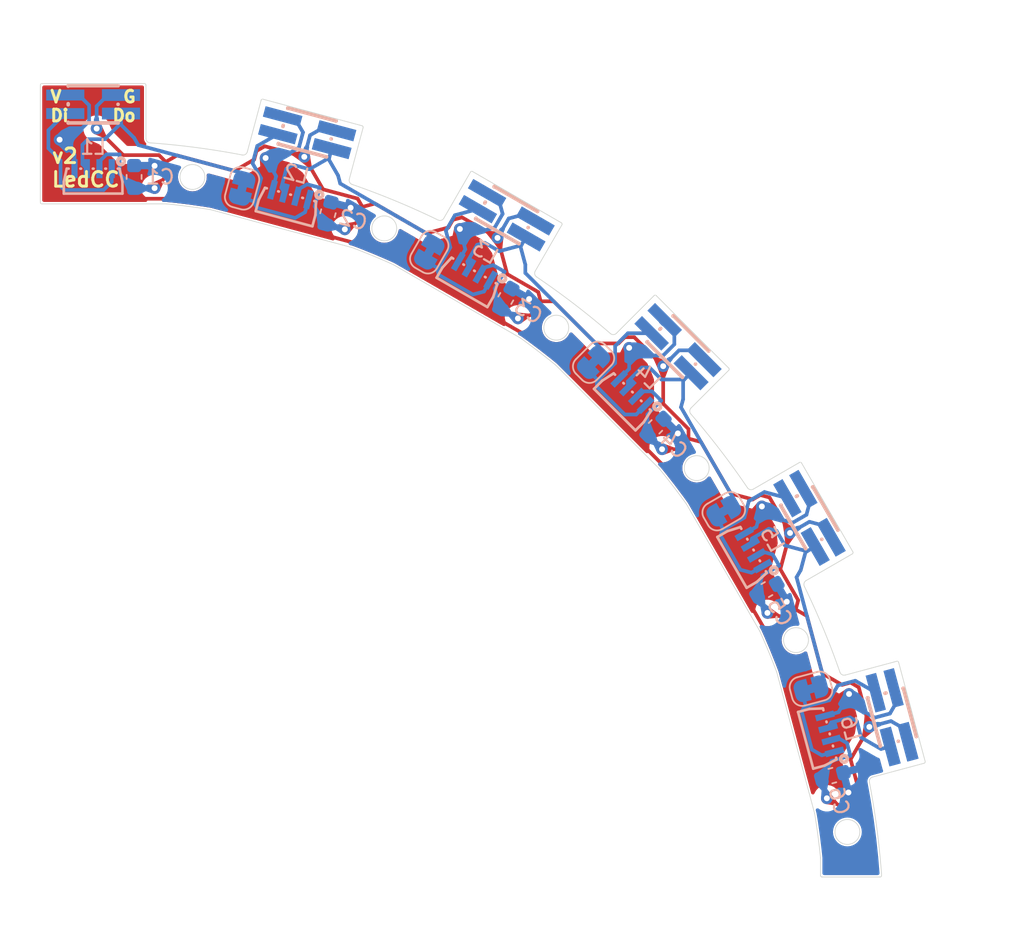
<source format=kicad_pcb>
(kicad_pcb (version 20240108) (generator "pcbnew") (generator_version "8.0")
  (layers (0 "F.Cu" signal) (31 "B.Cu" signal) (34 "B.Paste" user) (35 "F.Paste" user) (36 "B.SilkS" user "B.Silkscreen") (37 "F.SilkS" user "F.Silkscreen") (38 "B.Mask" user) (39 "F.Mask" user) (44 "Edge.Cuts" user))
  (net 0 "")
  (net 1 "GND")
  (net 2 "VDD")
  (net 3 "Net-(J5-Pin_1)")
  (net 4 "Net-(J6-Pin_1)")
  (net 5 "/Din")
  (net 6 "/Dout")
  (net 7 "Net-(J2-Pin_1)")
  (net 8 "Net-(J3-Pin_1)")
  (net 9 "Net-(J4-Pin_1)")
  (net 10 "Net-(J2-Pin_2)")
  (net 11 "Net-(J4-Pin_2)")
  (net 12 "Net-(J5-Pin_2)")
  (net 13 "Net-(J6-Pin_2)")
  (net 14 "Net-(J3-Pin_2)")
  (footprint "Jumper:SolderJumper-2_P1.3mm_Bridged_RoundedPad1.0x1.5mm" (layer "B.Cu") (at 198.950437 83.465244 -165)
    (property "Reference" "JP6")
    (property "Value" "Jumper_2_Small_Bridged" (hide yes))
  )
  (footprint "Library:HDR-SMD_4P-P1.27-V-M-R2-C2-S1.27-LS5.5" (layer "B.Cu") (at 178.194 51.16656 60)
    (property "Reference" "J3" (hide yes))
    (property "Value" "Conn_01x04" (hide yes))
  )
  (footprint "Capacitor_SMD:C_0603_1608Metric" (layer "B.Cu") (at 195.941018 76.702176 30)
    (property "Reference" "C5")
    (property "Value" "100nF" (hide yes))
  )
  (footprint "Jumper:SolderJumper-2_P1.3mm_Bridged_RoundedPad1.0x1.5mm" (layer "B.Cu") (at 172.921348 53.694976 -120)
    (property "Reference" "JP3")
    (property "Value" "Jumper_2_Small_Bridged" (hide yes))
  )
  (footprint "Library:LED-SMD_WS2812B-4020" (layer "B.Cu") (at 195.033321 74.000001 -60)
    (property "Reference" "L5")
    (property "Value" "WS2812B-4020" (hide yes))
  )
  (footprint "Library:HDR-SMD_4P-P1.27-V-M-R2-C2-S1.27-LS5.5" (layer "B.Cu") (at 164.594288 45.533375 75)
    (property "Reference" "J2" (hide yes))
    (property "Value" "Conn_01x04" (hide yes))
  )
  (footprint "Library:LED-SMD_WS2812B-4020" (layer "B.Cu") (at 163.45859 49.771857 -15)
    (property "Reference" "L2")
    (property "Value" "WS2812B-4020" (hide yes))
  )
  (footprint "Library:HDR-SMD_4P-P1.27-V-M-R2-C2-S1.27-LS5.5" (layer "B.Cu") (at 198.83344 71.806 30)
    (property "Reference" "J5" (hide yes))
    (property "Value" "Conn_01x04" (hide yes))
  )
  (footprint "Jumper:SolderJumper-2_P1.3mm_Bridged_RoundedPad1.0x1.5mm" (layer "B.Cu") (at 193.002982 71.359347 -150)
    (property "Reference" "JP5")
    (property "Value" "Jumper_2_Small_Bridged" (hide yes))
  )
  (footprint "Jumper:SolderJumper-2_P1.3mm_Bridged_RoundedPad1.0x1.5mm" (layer "B.Cu") (at 160.1557 49.3403 -105)
    (property "Reference" "JP2")
    (property "Value" "Jumper_2_Small_Bridged" (hide yes))
  )
  (footprint "Library:HDR-SMD_4P-P1.27-V-M-R2-C2-S1.27-LS5.5" (layer "B.Cu") (at 189.872337 60.127663 45)
    (property "Reference" "J4" (hide yes))
    (property "Value" "Conn_01x04" (hide yes))
  )
  (footprint "Capacitor_SMD:C_0603_1608Metric" (layer "B.Cu") (at 200.405536 89.386441 15)
    (property "Reference" "C6")
    (property "Value" "100nF" (hide yes))
  )
  (footprint "Library:LED-SMD_WS2812B-4020" (layer "B.Cu") (at 176.000001 54.966679 -30)
    (property "Reference" "L3")
    (property "Value" "WS2812B-4020" (hide yes))
  )
  (footprint "Capacitor_SMD:C_0603_1608Metric" (layer "B.Cu") (at 152.794002 48.565 90)
    (property "Reference" "C1")
    (property "Value" "100nF" (hide yes))
  )
  (footprint "Library:HDR-SMD_4P-P1.27-V-M-R2-C2-S1.27-LS5.5" (layer "B.Cu") (at 150 43.612001 90)
    (property "Reference" "J1" (hide yes))
    (property "Value" "Conn_01x04" (hide yes))
  )
  (footprint "Capacitor_SMD:C_0603_1608Metric" (layer "B.Cu") (at 178.137176 56.852984 60)
    (property "Reference" "C3")
    (property "Value" "100nF" (hide yes))
  )
  (footprint "Library:LED-SMD_WS2812B-4020" (layer "B.Cu") (at 150 48)
    (property "Reference" "L1")
    (property "Value" "WS2812B-4020" (hide yes))
  )
  (footprint "Capacitor_SMD:C_0603_1608Metric" (layer "B.Cu") (at 166.011156 51.040746 75)
    (property "Reference" "C2")
    (property "Value" "100nF" (hide yes))
  )
  (footprint "Jumper:SolderJumper-2_P1.3mm_Bridged_RoundedPad1.0x1.5mm" (layer "B.Cu") (at 184.124944 61.205263 -135)
    (property "Reference" "JP4")
    (property "Value" "Jumper_2_Small_Bridged" (hide yes))
  )
  (footprint "Library:HDR-SMD_4P-P1.27-V-M-R2-C2-S1.27-LS5.5" (layer "B.Cu") (at 204.466625 85.405712 15)
    (property "Reference" "J6" (hide yes))
    (property "Value" "Conn_01x04" (hide yes))
  )
  (footprint "Library:LED-SMD_WS2812B-4020" (layer "B.Cu") (at 200.228143 86.54141 -75)
    (property "Reference" "L6")
    (property "Value" "WS2812B-4020" (hide yes))
  )
  (footprint "Capacitor_SMD:C_0603_1608Metric" (layer "B.Cu") (at 188.345695 65.60562 45)
    (property "Reference" "C4")
    (property "Value" "100nF" (hide yes))
  )
  (footprint "Library:LED-SMD_WS2812B-4020" (layer "B.Cu") (at 186.769553 63.230447 -45)
    (property "Reference" "L4")
    (property "Value" "WS2812B-4020" (hide yes))
  )
  (gr_arc (start 188.621182 68.478346) (mid 189.549073 69.650678) (end 190.441389 70.85031) (stroke (width 0.05)) (layer "Edge.Cuts"))
  (gr_arc (start 193.345646 61.604102) (mid 193.374916 61.674809) (end 193.345646 61.745523) (stroke (width 0.05)) (layer "Edge.Cuts"))
  (gr_arc (start 199.201406 91.982463) (mid 199.204952 91.99717) (end 199.207752 92.012038) (stroke (width 0.05)) (layer "Edge.Cuts"))
  (gr_line (start 160.514296 46.85078) (end 161.456526 43.334331) (stroke (width 0.05)) (layer "Edge.Cuts"))
  (gr_arc (start 195.463602 79.548318) (mid 196.056451 80.92086) (end 196.607877 82.310563) (stroke (width 0.05)) (layer "Edge.Cuts"))
  (gr_line (start 173.912061 51.383096) (end 175.732309 48.230334) (stroke (width 0.05)) (layer "Edge.Cuts"))
  (gr_arc (start 201.806268 74.131089) (mid 201.816269 74.206974) (end 201.769666 74.267691) (stroke (width 0.05)) (layer "Edge.Cuts"))
  (gr_arc (start 190.756712 64.728192) (mid 192.761745 67.187759) (end 194.618563 69.761055) (stroke (width 0.05)) (layer "Edge.Cuts"))
  (gr_arc (start 154.989914 50.4) (mid 155.005039 50.400383) (end 155.020125 50.401525) (stroke (width 0.05)) (layer "Edge.Cuts"))
  (gr_line (start 203.665632 96.3) (end 199.700508 96.3) (stroke (width 0.05)) (layer "Edge.Cuts"))
  (gr_arc (start 190.756712 64.728192) (mid 190.683781 64.521081) (end 190.771426 64.319742) (stroke (width 0.05)) (layer "Edge.Cuts"))
  (gr_arc (start 175.732309 48.230334) (mid 175.793027 48.183733) (end 175.868911 48.193732) (stroke (width 0.05)) (layer "Edge.Cuts"))
  (gr_arc (start 199.600003 94.99499) (mid 199.600383 95.000004) (end 199.600508 95.00503) (stroke (width 0.05)) (layer "Edge.Cuts"))
  (gr_arc (start 195.449818 79.521393) (mid 195.45705 79.534681) (end 195.463602 79.548318) (stroke (width 0.05)) (layer "Edge.Cuts"))
  (gr_arc (start 167.660444 49.075363) (mid 170.626637 50.202895) (end 173.521337 51.503024) (stroke (width 0.05)) (layer "Edge.Cuts"))
  (gr_circle (center 191.155952 68.419927) (end 192.005952 68.419928) (stroke (width 0.05)) (fill none) (layer "Edge.Cuts"))
  (gr_arc (start 173.912061 51.383096) (mid 173.740285 51.519863) (end 173.521337 51.503024) (stroke (width 0.05)) (layer "Edge.Cuts"))
  (gr_line (start 146.5 50.4) (end 154.989914 50.4) (stroke (width 0.05)) (layer "Edge.Cuts"))
  (gr_arc (start 153.878413 46.239718) (mid 153.68037 46.144853) (end 153.6 45.940496) (stroke (width 0.05)) (layer "Edge.Cuts"))
  (gr_arc (start 155.020125 50.401525) (mid 156.505206 50.574372) (end 157.984436 50.791676) (stroke (width 0.05)) (layer "Edge.Cuts"))
  (gr_arc (start 199.207752 92.012038) (mid 199.426385 93.500554) (end 199.600003 94.99499) (stroke (width 0.05)) (layer "Edge.Cuts"))
  (gr_line (start 195.449818 79.521393) (end 190.461676 70.881679) (stroke (width 0.05)) (layer "Edge.Cuts"))
  (gr_arc (start 157.984436 50.791676) (mid 158.002798 50.795135) (end 158.020963 50.799512) (stroke (width 0.05)) (layer "Edge.Cuts"))
  (gr_arc (start 188.600899 68.455906) (mid 188.611324 68.46687) (end 188.621182 68.478346) (stroke (width 0.05)) (layer "Edge.Cuts"))
  (gr_arc (start 181.518887 61.37656) (mid 181.53306 61.388735) (end 181.546602 61.401609) (stroke (width 0.05)) (layer "Edge.Cuts"))
  (gr_circle (center 169.852064 52.072879) (end 170.702064 52.072879) (stroke (width 0.05)) (fill none) (layer "Edge.Cuts"))
  (gr_line (start 185.680258 59.228574) (end 188.254477 56.654354) (stroke (width 0.05)) (layer "Edge.Cuts"))
  (gr_line (start 175.868911 48.193732) (end 181.931089 51.693732) (stroke (width 0.05)) (layer "Edge.Cuts"))
  (gr_line (start 153.6 45.940496) (end 153.6 42.3) (stroke (width 0.05)) (layer "Edge.Cuts"))
  (gr_circle (center 201.432136 93.228831) (end 202.282136 93.228831) (stroke (width 0.05)) (fill none) (layer "Edge.Cuts"))
  (gr_line (start 199.600508 96.2) (end 199.600508 95.00503) (stroke (width 0.05)) (layer "Edge.Cuts"))
  (gr_arc (start 170.448425 54.534933) (mid 170.465267 54.543025) (end 170.481679 54.551956) (stroke (width 0.05)) (layer "Edge.Cuts"))
  (gr_arc (start 195.016904 69.852556) (mid 194.799738 69.88513) (end 194.618563 69.761055) (stroke (width 0.05)) (layer "Edge.Cuts"))
  (gr_arc (start 190.441389 70.85031) (mid 190.451929 70.865738) (end 190.461676 70.881679) (stroke (width 0.05)) (layer "Edge.Cuts"))
  (gr_arc (start 201.285723 82.531038) (mid 201.067547 82.506286) (end 200.924637 82.339556) (stroke (width 0.05)) (layer "Edge.Cuts"))
  (gr_arc (start 179.146793 59.556523) (mid 180.346488 60.448754) (end 181.518887 61.37656) (stroke (width 0.05)) (layer "Edge.Cuts"))
  (gr_line (start 180.147444 54.983096) (end 181.967691 51.830334) (stroke (width 0.05)) (layer "Edge.Cuts"))
  (gr_arc (start 161.456526 43.334331) (mid 161.503117 43.273612) (end 161.579 43.263622) (stroke (width 0.05)) (layer "Edge.Cuts"))
  (gr_line (start 188.600899 68.455906) (end 181.546602 61.401609) (stroke (width 0.05)) (layer "Edge.Cuts"))
  (gr_arc (start 167.686098 53.390856) (mid 169.07584 53.942182) (end 170.448425 54.534933) (stroke (width 0.05)) (layer "Edge.Cuts"))
  (gr_arc (start 204.802172 81.588808) (mid 204.878082 81.598773) (end 204.924646 81.659519) (stroke (width 0.05)) (layer "Edge.Cuts"))
  (gr_line (start 167.468962 48.714277) (end 168.411192 45.197828) (stroke (width 0.05)) (layer "Edge.Cuts"))
  (gr_arc (start 160.514296 46.85078) (mid 160.383769 47.027363) (end 160.167925 47.067748) (stroke (width 0.05)) (layer "Edge.Cuts"))
  (gr_arc (start 198.496976 76.478663) (mid 199.797108 79.373362) (end 200.924637 82.339556) (stroke (width 0.05)) (layer "Edge.Cuts"))
  (gr_circle (center 181.580073 58.844048) (end 182.430073 58.844048) (stroke (width 0.05)) (fill none) (layer "Edge.Cuts"))
  (gr_arc (start 180.238945 55.381437) (mid 182.812241 57.238255) (end 185.271808 59.243288) (stroke (width 0.05)) (layer "Edge.Cuts"))
  (gr_line (start 204.924646 81.659519) (end 206.736379 88.421) (stroke (width 0.05)) (layer "Edge.Cuts"))
  (gr_line (start 146.5 42.2) (end 153.5 42.200001) (stroke (width 0.05)) (layer "Edge.Cuts"))
  (gr_arc (start 196.607877 82.310563) (mid 196.614063 82.328194) (end 196.619354 82.346114) (stroke (width 0.05)) (layer "Edge.Cuts"))
  (gr_line (start 201.285723 82.531038) (end 204.802172 81.588808) (stroke (width 0.05)) (layer "Edge.Cuts"))
  (gr_arc (start 206.736379 88.421) (mid 206.726399 88.49689) (end 206.665669 88.543474) (stroke (width 0.05)) (layer "Edge.Cuts"))
  (gr_arc (start 203.765382 96.192937) (mid 203.738799 96.268179) (end 203.665632 96.3) (stroke (width 0.05)) (layer "Edge.Cuts"))
  (gr_arc (start 153.5 42.200001) (mid 153.57071 42.22929) (end 153.6 42.3) (stroke (width 0.05)) (layer "Edge.Cuts"))
  (gr_arc (start 202.932252 89.832075) (mid 203.443536 93.0001) (end 203.765382 96.192937) (stroke (width 0.05)) (layer "Edge.Cuts"))
  (gr_arc (start 202.932252 89.832075) (mid 202.972634 89.616229) (end 203.14922 89.485704) (stroke (width 0.05)) (layer "Edge.Cuts"))
  (gr_arc (start 198.169666 68.032309) (mid 198.245563 68.022295) (end 198.306268 68.068911) (stroke (width 0.05)) (layer "Edge.Cuts"))
  (gr_line (start 146.4 50.3) (end 146.4 42.3) (stroke (width 0.05)) (layer "Edge.Cuts"))
  (gr_arc (start 185.680258 59.228574) (mid 185.47892 59.316253) (end 185.271808 59.243288) (stroke (width 0.05)) (layer "Edge.Cuts"))
  (gr_arc (start 146.5 50.4) (mid 146.429289 50.370711) (end 146.4 50.3) (stroke (width 0.05)) (layer "Edge.Cuts"))
  (gr_arc (start 180.238945 55.381437) (mid 180.114888 55.200258) (end 180.147444 54.983096) (stroke (width 0.05)) (layer "Edge.Cuts"))
  (gr_arc (start 188.254477 56.654354) (mid 188.325188 56.625065) (end 188.395898 56.654354) (stroke (width 0.05)) (layer "Edge.Cuts"))
  (gr_arc (start 198.496976 76.478663) (mid 198.48008 76.259697) (end 198.616904 76.087939) (stroke (width 0.05)) (layer "Edge.Cuts"))
  (gr_arc (start 179.121393 59.540097) (mid 179.134298 59.547992) (end 179.146793 59.556523) (stroke (width 0.05)) (layer "Edge.Cuts"))
  (gr_line (start 161.579 43.263622) (end 168.340481 45.075354) (stroke (width 0.05)) (layer "Edge.Cuts"))
  (gr_arc (start 153.878413 46.239718) (mid 157.035361 46.561122) (end 160.167925 47.067748) (stroke (width 0.05)) (layer "Edge.Cuts"))
  (gr_line (start 195.016904 69.852556) (end 198.169666 68.032309) (stroke (width 0.05)) (layer "Edge.Cuts"))
  (gr_arc (start 181.931089 51.693732) (mid 181.977664 51.754448) (end 181.967691 51.830334) (stroke (width 0.05)) (layer "Edge.Cuts"))
  (gr_line (start 198.616904 76.087939) (end 201.769666 74.267691) (stroke (width 0.05)) (layer "Edge.Cuts"))
  (gr_line (start 198.306268 68.068911) (end 201.806268 74.131089) (stroke (width 0.05)) (layer "Edge.Cuts"))
  (gr_arc (start 199.700508 96.3) (mid 199.629792 96.270714) (end 199.600508 96.2) (stroke (width 0.05)) (layer "Edge.Cuts"))
  (gr_line (start 167.657312 53.381564) (end 158.020963 50.799512) (stroke (width 0.05)) (layer "Edge.Cuts"))
  (gr_line (start 199.201406 91.982463) (end 196.619354 82.346114) (stroke (width 0.05)) (layer "Edge.Cuts"))
  (gr_line (start 190.771426 64.319742) (end 193.345646 61.745523) (stroke (width 0.05)) (layer "Edge.Cuts"))
  (gr_arc (start 167.657312 53.381564) (mid 167.671821 53.385849) (end 167.686098 53.390856) (stroke (width 0.05)) (layer "Edge.Cuts"))
  (gr_arc (start 167.660444 49.075363) (mid 167.493666 48.932479) (end 167.468962 48.714277) (stroke (width 0.05)) (layer "Edge.Cuts"))
  (gr_circle (center 156.771169 48.567864) (end 157.621169 48.567864) (stroke (width 0.05)) (fill none) (layer "Edge.Cuts"))
  (gr_line (start 179.121393 59.540097) (end 170.481679 54.551956) (stroke (width 0.05)) (layer "Edge.Cuts"))
  (gr_arc (start 168.340481 45.075354) (mid 168.401177 45.121947) (end 168.411192 45.197828) (stroke (width 0.05)) (layer "Edge.Cuts"))
  (gr_line (start 188.395898 56.654354) (end 193.345646 61.604102) (stroke (width 0.05)) (layer "Edge.Cuts"))
  (gr_arc (start 146.4 42.3) (mid 146.429289 42.229289) (end 146.5 42.2) (stroke (width 0.05)) (layer "Edge.Cuts"))
  (gr_line (start 203.14922 89.485704) (end 206.665669 88.543474) (stroke (width 0.05)) (layer "Edge.Cuts"))
  (gr_circle (center 197.927121 80.147936) (end 198.777121 80.147936) (stroke (width 0.05)) (fill none) (layer "Edge.Cuts"))
  (gr_text "v2\nLedCC" (at 147.079 49.327 0) (layer "F.SilkS") (effects (font (size 1 1) (thickness 0.2) (bold yes)) (justify left bottom)))
  (gr_text "V       G\nDi     Do" (at 150 43.739 0) (layer "F.SilkS") (effects (font (size 0.8 0.8) (thickness 0.2) (bold yes))))
  (segment (start 195.600721 71.032766) (end 194.949928 73.461557) (width 0.25) (layer "F.Cu") (net 1))
  (segment (start 153.175 49.708) (end 153.519002 50.052001) (width 0.25) (layer "F.Cu") (net 1))
  (segment (start 149.491999 47.802998) (end 154.191001 47.802998) (width 0.25) (layer "F.Cu") (net 1))
  (segment (start 178.340131 57.263453) (end 177.89563 58.03335) (width 0.25) (layer "F.Cu") (net 1))
  (segment (start 200.930823 83.986486) (end 201.544186 83.822136) (width 0.25) (layer "F.Cu") (net 1))
  (segment (start 181.770018 60.667447) (end 181.773636 60.666479) (width 0.25) (layer "F.Cu") (net 1))
  (segment (start 177.895631 58.033351) (end 178.021545 58.503266) (width 0.25) (layer "F.Cu") (net 1))
  (segment (start 186.549642 60.217466) (end 186.549643 62.731934) (width 0.25) (layer "F.Cu") (net 1))
  (segment (start 147.714 46.025) (end 149.491999 47.802998) (width 0.25) (layer "F.Cu") (net 1))
  (segment (start 188.435497 66.054631) (end 187.806878 66.683249) (width 0.25) (layer "F.Cu") (net 1))
  (segment (start 197.29943 77.531012) (end 195.911547 77.15913) (width 0.25) (layer "F.Cu") (net 1))
  (segment (start 181.773635 60.666478) (end 186.10063 60.666477) (width 0.25) (layer "F.Cu") (net 1))
  (segment (start 163.018887 49.450087) (end 167.557775 50.666279) (width 0.25) (layer "F.Cu") (net 1))
  (segment (start 170.507467 53.784986) (end 170.510711 53.783113) (width 0.25) (layer "F.Cu") (net 1))
  (segment (start 170.51071 53.783113) (end 174.690266 52.663205) (width 0.25) (layer "F.Cu") (net 1))
  (segment (start 186.10063 60.666478) (end 186.549642 60.217466) (width 0.25) (layer "F.Cu") (net 1))
  (segment (start 157.847366 50.052001) (end 157.850014 50.049353) (width 0.25) (layer "F.Cu") (net 1))
  (segment (start 195.141649 77.603631) (end 195.015737 78.073546) (width 0.25) (layer "F.Cu") (net 1))
  (segment (start 157.850014 50.049353) (end 161.597301 47.885856) (width 0.25) (layer "F.Cu") (net 1))
  (segment (start 200.286952 85.99973) (end 201.503143 90.538618) (width 0.25) (layer "F.Cu") (net 1))
  (segment (start 153.519002 50.052001) (end 157.847366 50.052001) (width 0.25) (layer "F.Cu") (net 1))
  (segment (start 166.326588 52.664723) (end 170.507466 53.784985) (width 0.25) (layer "F.Cu") (net 1))
  (segment (start 197.183537 81.822988) (end 200.930824 83.986486) (width 0.25) (layer "F.Cu") (net 1))
  (segment (start 166.083342 52.243409) (end 166.326589 52.664723) (width 0.25) (layer "F.Cu") (net 1))
  (segment (start 187.806879 67.169741) (end 190.867495 70.230357) (width 0.25) (layer "F.Cu") (net 1))
  (segment (start 197.179918 81.822019) (end 197.183536 81.822989) (width 0.25) (layer "F.Cu") (net 1))
  (segment (start 175.007766 52.11328) (end 175.658559 54.54207) (width 0.25) (layer "F.Cu") (net 1))
  (segment (start 179.728014 56.891571) (end 178.340131 57.263453) (width 0.25) (layer "F.Cu") (net 1))
  (segment (start 153.175 48.818999) (end 153.175 49.708) (width 0.25) (layer "F.Cu") (net 1))
  (segment (start 187.806879 66.68325) (end 187.80688 67.169742) (width 0.25) (layer "F.Cu") (net 1))
  (segment (start 189.872339 66.054631) (end 188.435497 66.054631) (width 0.25) (layer "F.Cu") (net 1))
  (segment (start 201.544186 83.822136) (end 200.286952 85.999729) (width 0.25) (layer "F.Cu") (net 1))
  (segment (start 167.557774 50.666279) (end 166.313432 51.3847) (width 0.25) (layer "F.Cu") (net 1))
  (segment (start 154.191001 47.802998) (end 153.175 48.818999) (width 0.25) (layer "F.Cu") (net 1))
  (segment (start 186.549643 62.731934) (end 189.872339 66.054631) (width 0.25) (layer "F.Cu") (net 1))
  (segment (start 174.690266 52.663205) (end 175.007765 52.113279) (width 0.25) (layer "F.Cu") (net 1))
  (segment (start 175.658559 54.542069) (end 179.728015 56.891571) (width 0.25) (layer "F.Cu") (net 1))
  (segment (start 178.021545 58.503266) (end 181.770018 60.667447) (width 0.25) (layer "F.Cu") (net 1))
  (segment (start 161.761652 47.272493) (end 163.018886 49.450087) (width 0.25) (layer "F.Cu") (net 1))
  (segment (start 195.015737 78.073546) (end 197.179918 81.822019) (width 0.25) (layer "F.Cu") (net 1))
  (segment (start 190.871239 70.230357) (end 195.050795 71.350266) (width 0.25) (layer "F.Cu") (net 1))
  (segment (start 190.867495 70.230357) (end 190.87124 70.230357) (width 0.25) (layer "F.Cu") (net 1))
  (segment (start 161.597301 47.885856) (end 161.761652 47.272493) (width 0.25) (layer "F.Cu") (net 1))
  (segment (start 195.050795 71.350266) (end 195.600722 71.032766) (width 0.25) (layer "F.Cu") (net 1))
  (segment (start 195.911547 77.15913) (end 195.14165 77.60363) (width 0.25) (layer "F.Cu") (net 1))
  (segment (start 166.313432 51.3847) (end 166.083342 52.243409) (width 0.25) (layer "F.Cu") (net 1))
  (segment (start 194.949929 73.461557) (end 197.29943 77.531013) (width 0.25) (layer "F.Cu") (net 1))
  (via (at 161.761652 47.272493) (size 0.8) (drill 0.4) (layers "F.Cu" "B.Cu") (net 1))
  (via (at 167.557774 50.666279) (size 0.8) (drill 0.4) (layers "F.Cu" "B.Cu") (net 1))
  (via (at 197.29943 77.531012) (size 0.8) (drill 0.4) (layers "F.Cu" "B.Cu") (net 1))
  (via (at 186.549642 60.217466) (size 0.8) (drill 0.4) (layers "F.Cu" "B.Cu") (net 1))
  (via (at 179.728014 56.891571) (size 0.8) (drill 0.4) (layers "F.Cu" "B.Cu") (net 1))
  (via (at 201.503143 90.538618) (size 0.8) (drill 0.4) (layers "F.Cu" "B.Cu") (net 1))
  (via (at 201.544186 83.822136) (size 0.8) (drill 0.4) (layers "F.Cu" "B.Cu") (net 1))
  (via (at 189.872339 66.054631) (size 0.8) (drill 0.4) (layers "F.Cu" "B.Cu") (net 1))
  (via (at 147.714 46.025) (size 0.8) (drill 0.4) (layers "F.Cu" "B.Cu") (net 1))
  (via (at 175.007766 52.11328) (size 0.8) (drill 0.4) (layers "F.Cu" "B.Cu") (net 1))
  (via (at 195.600721 71.032766) (size 0.8) (drill 0.4) (layers "F.Cu" "B.Cu") (net 1))
  (via (at 154.191001 47.802998) (size 0.8) (drill 0.4) (layers "F.Cu" "B.Cu") (net 1))
  (segment (start 200.825766 85.066476) (end 201.544186 83.822135) (width 0.25) (layer "B.Cu") (net 1))
  (segment (start 154.178002 47.79) (end 154.191001 47.802998) (width 0.25) (layer "B.Cu") (net 1))
  (segment (start 204.824104 84.305708) (end 204.332663 85.156906) (width 0.25) (layer "B.Cu") (net 1))
  (segment (start 164.032209 46.568562) (end 162.479712 47.464898) (width 0.25) (layer "B.Cu") (net 1))
  (segment (start 162.479711 47.464897) (end 161.761652 47.272492) (width 0.25) (layer "B.Cu") (net 1))
  (segment (start 197.304188 77.513256) (end 197.29943 77.531013) (width 0.25) (layer "B.Cu") (net 1))
  (segment (start 189.63192 59.979169) (end 188.867968 60.743122) (width 0.25) (layer "B.Cu") (net 1))
  (segment (start 195.972417 71.67656) (end 195.600722 71.032765) (width 0.25) (layer "B.Cu") (net 1))
  (segment (start 188.867968 60.743122) (end 187.075298 60.743122) (width 0.25) (layer "B.Cu") (net 1))
  (segment (start 189.872339 66.036249) (end 189.872339 66.054631) (width 0.25) (layer "B.Cu") (net 1))
  (segment (start 198.639648 71.600341) (end 197.704002 72.140537) (width 0.25) (layer "B.Cu") (net 1))
  (segment (start 167.548582 50.650359) (end 167.557774 50.666279) (width 0.25) (layer "B.Cu") (net 1))
  (segment (start 149.724999 44.757391) (end 148.457391 46.025001) (width 0.25) (layer "B.Cu") (net 1))
  (segment (start 188.893702 65.057613) (end 189.872338 66.036248) (width 0.25) (layer "B.Cu") (net 1))
  (segment (start 152.794002 47.79) (end 154.178001 47.79) (width 0.25) (layer "B.Cu") (net 1))
  (segment (start 187.075299 60.743121) (end 186.549643 60.217464) (width 0.25) (layer "B.Cu") (net 1))
  (segment (start 166.211741 50.292154) (end 167.548583 50.650358) (width 0.25) (layer "B.Cu") (net 1))
  (segment (start 175.651561 52.484973) (end 175.007766 52.113278) (width 0.25) (layer "B.Cu") (net 1))
  (segment (start 149.724999 43.677) (end 149.724999 44.757391) (width 0.25) (layer "B.Cu") (net 1))
  (segment (start 177.668955 50.135964) (end 177.923342 51.085353) (width 0.25) (layer "B.Cu") (net 1))
  (segment (start 196.612186 76.314677) (end 197.304187 77.513255) (width 0.25) (layer "B.Cu") (net 1))
  (segment (start 199.899443 85.314684) (end 200.825766 85.066477) (width 0.25) (layer "B.Cu") (net 1))
  (segment (start 194.398321 72.900148) (end 195.22884 72.420649) (width 0.25) (layer "B.Cu") (net 1))
  (segment (start 186.549643 61.654306) (end 186.549643 60.217465) (width 0.25) (layer "B.Cu") (net 1))
  (segment (start 148.45739 46.025) (end 147.714 46.024999) (width 0.25) (layer "B.Cu") (net 1))
  (segment (start 178.524677 56.181815) (end 179.723256 56.873814) (width 0.25) (layer "B.Cu") (net 1))
  (segment (start 162.480072 48.516834) (end 161.761652 47.272493) (width 0.25) (layer "B.Cu") (net 1))
  (segment (start 197.704002 72.140538) (end 195.972415 71.676562) (width 0.25) (layer "B.Cu") (net 1))
  (segment (start 148.73 48) (end 148.730001 47.041) (width 0.25) (layer "B.Cu") (net 1))
  (segment (start 189.63192 58.996292) (end 189.631919 59.979172) (width 0.25) (layer "B.Cu") (net 1))
  (segment (start 201.154128 89.185856) (end 201.512334 90.522697) (width 0.25) (layer "B.Cu") (net 1))
  (segment (start 198.894037 70.650955) (end 198.639648 71.600344) (width 0.25) (layer "B.Cu") (net 1))
  (segment (start 203.289087 85.43653) (end 201.736589 84.540197) (width 0.25) (layer "B.Cu") (net 1))
  (segment (start 204.332665 85.156904) (end 203.289087 85.43653) (width 0.25) (layer "B.Cu") (net 1))
  (segment (start 179.723256 56.873815) (end 179.728015 56.891571) (width 0.25) (layer "B.Cu") (net 1))
  (segment (start 177.383147 52.020997) (end 175.651561 52.484975) (width 0.25) (layer "B.Cu") (net 1))
  (segment (start 163.820396 44.673787) (end 164.311835 45.524986) (width 0.25) (layer "B.Cu") (net 1))
  (segment (start 148.73 47.041) (end 147.713999 46.025) (width 0.25) (layer "B.Cu") (net 1))
  (segment (start 149.03 42.982) (end 149.725 43.677002) (width 0.25) (layer "B.Cu") (net 1))
  (segment (start 177.923342 51.08535) (end 177.383146 52.020997) (width 0.25) (layer "B.Cu") (net 1))
  (segment (start 174.900148 54.331679) (end 175.379649 53.501161) (width 0.25) (layer "B.Cu") (net 1))
  (segment (start 175.379648 53.50116) (end 175.007765 52.113279) (width 0.25) (layer "B.Cu") (net 1))
  (segment (start 201.512334 90.522698) (end 201.503144 90.538618) (width 0.25) (layer "B.Cu") (net 1))
  (segment (start 195.22884 72.420648) (end 195.600721 71.032765) (width 0.25) (layer "B.Cu") (net 1))
  (segment (start 201.73659 84.540195) (end 201.544186 83.822135) (width 0.25) (layer "B.Cu") (net 1))
  (segment (start 164.311835 45.524984) (end 164.032209 46.568562) (width 0.25) (layer "B.Cu") (net 1))
  (segment (start 162.231865 49.443157) (end 162.480072 48.516834) (width 0.25) (layer "B.Cu") (net 1))
  (segment (start 185.871527 62.332422) (end 186.549643 61.654307) (width 0.25) (layer "B.Cu") (net 1))
  (segment (start 195.498293 70.254745) (end 196.12312 70.422167) (width 0.25) (layer "F.Cu") (net 2))
  (segment (start 190.597339 66.407261) (end 191.448788 66.635406) (width 0.25) (layer "F.Cu") (net 2))
  (segment (start 186.249338 59.492465) (end 186.896206 59.492465) (width 0.25) (layer "F.Cu") (net 2))
  (segment (start 177.574684 52.720361) (end 178.237448 55.193834) (width 0.25) (layer "F.Cu") (net 2))
  (segment (start 165.678592 49.412178) (end 168.03549 50.043707) (width 0.25) (layer "F.Cu") (net 2))
  (segment (start 197.020519 78.571923) (end 195.979603 78.29301) (width 0.25) (layer "F.Cu") (net 2))
  (segment (start 154.953001 48.564998) (end 154.190998 49.327001) (width 0.25) (layer "F.Cu") (net 2))
  (segment (start 186.896206 59.492465) (end 188.87197 61.468229) (width 0.25) (layer "F.Cu") (net 2))
  (segment (start 168.361957 50.609165) (end 168.096588 51.599534) (width 0.25) (layer "F.Cu") (net 2))
  (segment (start 202.206819 83.367549) (end 202.929999 86.066493) (width 0.25) (layer "F.Cu") (net 2))
  (segment (start 201.649635 88.284148) (end 202.281164 90.641046) (width 0.25) (layer "F.Cu") (net 2))
  (segment (start 193.480036 70.153632) (end 194.978149 70.55505) (width 0.25) (layer "F.Cu") (net 2))
  (segment (start 174.53005 51.490707) (end 175.154876 51.323285) (width 0.25) (layer "F.Cu") (net 2))
  (segment (start 199.723298 82.424084) (end 201.06647 83.199564) (width 0.25) (layer "F.Cu") (net 2))
  (segment (start 152.051265 47.077998) (end 154.491306 47.077998) (width 0.25) (layer "F.Cu") (net 2))
  (segment (start 185.824642 59.917161) (end 186.249338 59.492465) (width 0.25) (layer "F.Cu") (net 2))
  (segment (start 196.857431 75.315447) (end 198.077451 77.428584) (width 0.25) (layer "F.Cu") (net 2))
  (segment (start 180.519577 57.044541) (end 180.006924 57.932482) (width 0.25) (layer "F.Cu") (net 2))
  (segment (start 200.964328 91.471873) (end 200.031069 90.933056) (width 0.25) (layer "F.Cu") (net 2))
  (segment (start 159.640459 48.150402) (end 160.983631 47.374922) (width 0.25) (layer "F.Cu") (net 2))
  (segment (start 190.597339 65.754325) (end 190.597338 66.407262) (width 0.25) (layer "F.Cu") (net 2))
  (segment (start 197.520196 72.841973) (end 196.85743 75.315446) (width 0.25) (layer "F.Cu") (net 2))
  (segment (start 197.908459 78.05927) (end 197.020518 78.571922) (width 0.25) (layer "F.Cu") (net 2))
  (segment (start 174.229745 52.010851) (end 174.53005 51.490707) (width 0.25) (layer "F.Cu") (net 2))
  (segment (start 184.273682 59.917161) (end 185.824642 59.917161) (width 0.25) (layer "F.Cu") (net 2))
  (segment (start 154.491305 47.077998) (end 154.953 47.539693) (width 0.25) (layer "F.Cu") (net 2))
  (segment (start 180.006925 57.932482) (end 178.96601 58.211395) (width 0.25) (layer "F.Cu") (net 2))
  (segment (start 175.154876 51.323285) (end 177.574683 52.720362) (width 0.25) (layer "F.Cu") (net 2))
  (segment (start 161.699284 46.471343) (end 164.398228 47.194523) (width 0.25) (layer "F.Cu") (net 2))
  (segment (start 160.983631 47.374922) (end 161.13908 46.794777) (width 0.25) (layer "F.Cu") (net 2))
  (segment (start 194.978149 70.55505) (end 195.498292 70.254746) (width 0.25) (layer "F.Cu") (net 2))
  (segment (start 168.361957 50.609165) (end 169.213406 50.381021) (width 0.25) (layer "F.Cu") (net 2))
  (segment (start 202.281164 90.641045) (end 201.954696 91.206505) (width 0.25) (layer "F.Cu") (net 2))
  (segment (start 180.519577 57.044541) (end 181.401062 57.044541) (width 0.25) (layer "F.Cu") (net 2))
  (segment (start 161.13908 46.794777) (end 161.699284 46.471343) (width 0.25) (layer "F.Cu") (net 2))
  (segment (start 201.06647 83.199564) (end 201.646615 83.044115) (width 0.25) (layer "F.Cu") (net 2))
  (segment (start 164.398228 47.194523) (end 165.678591 49.412179) (width 0.25) (layer "F.Cu") (net 2))
  (segment (start 198.671847 78.500013) (end 199.723299 82.424084) (width 0.25) (layer "F.Cu") (net 2))
  (segment (start 181.401062 57.044541) (end 184.273682 59.917161) (width 0.25) (layer "F.Cu") (net 2))
  (segment (start 197.908459 78.05927) (end 198.671847 78.500013) (width 0.25) (layer "F.Cu") (net 2))
  (segment (start 201.954696 91.206504) (end 200.964326 91.471871) (width 0.25) (layer "F.Cu") (net 2))
  (segment (start 202.929999 86.066492) (end 201.649634 88.284147) (width 0.25) (layer "F.Cu") (net 2))
  (segment (start 169.213406 50.381021) (end 172.731632 52.41227) (width 0.25) (layer "F.Cu") (net 2))
  (segment (start 198.077451 77.428583) (end 197.908459 78.05927) (width 0.25) (layer "F.Cu") (net 2))
  (segment (start 154.953 47.539693) (end 154.952999 48.564998) (width 0.25) (layer "F.Cu") (net 2))
  (segment (start 155.716388 47.098951) (end 159.640459 48.150402) (width 0.25) (layer "F.Cu") (net 2))
  (segment (start 168.09659 51.599534) (end 167.163331 52.138352) (width 0.25) (layer "F.Cu") (net 2))
  (segment (start 150.240557 45.26729) (end 152.051264 47.077999) (width 0.25) (layer "F.Cu") (net 2))
  (segment (start 201.646615 83.044115) (end 202.206819 83.367549) (width 0.25) (layer "F.Cu") (net 2))
  (segment (start 180.350585 56.413853) (end 180.519577 57.044541) (width 0.25) (layer "F.Cu") (net 2))
  (segment (start 196.12312 70.422167) (end 197.520196 72.841973) (width 0.25) (layer "F.Cu") (net 2))
  (segment (start 154.953 47.539693) (end 155.716388 47.098951) (width 0.25) (layer "F.Cu") (net 2))
  (segment (start 190.597339 66.407261) (end 189.872338 67.13226) (width 0.25) (layer "F.Cu") (net 2))
  (segment (start 188.871969 61.468229) (end 188.871968 64.028957) (width 0.25) (layer "F.Cu") (net 2))
  (segment (start 168.03549 50.043707) (end 168.361957 50.609165) (width 0.25) (layer "F.Cu") (net 2))
  (segment (start 172.731632 52.412269) (end 174.229745 52.010851) (width 0.25) (layer "F.Cu") (net 2))
  (segment (start 188.87197 64.028957) (end 190.59734 65.754326) (width 0.25) (layer "F.Cu") (net 2))
  (segment (start 191.448788 66.635406) (end 193.480036 70.153631) (width 0.25) (layer "F.Cu") (net 2))
  (segment (start 189.872339 67.132262) (end 188.794704 67.132262) (width 0.25) (layer "F.Cu") (net 2))
  (segment (start 178.237449 55.193834) (end 180.350586 56.413855) (width 0.25) (layer "F.Cu") (net 2))
  (via (at 164.398228 47.194523) (size 0.8) (drill 0.4) (layers "F.Cu" "B.Cu") (net 2))
  (via (at 195.979604 78.293012) (size 0.8) (drill 0.4) (layers "F.Cu" "B.Cu") (net 2))
  (via (at 178.966011 58.211394) (size 0.8) (drill 0.4) (layers "F.Cu" "B.Cu") (net 2))
  (via (at 177.574684 52.720361) (size 0.8) (drill 0.4) (layers "F.Cu" "B.Cu") (net 2))
  (via (at 197.520196 72.841973) (size 0.8) (drill 0.4) (layers "F.Cu" "B.Cu") (net 2))
  (via (at 200.031069 90.933056) (size 0.8) (drill 0.4) (layers "F.Cu" "B.Cu") (net 2))
  (via (at 167.16333 52.138352) (size 0.8) (drill 0.4) (layers "F.Cu" "B.Cu") (net 2))
  (via (at 154.190998 49.327001) (size 0.8) (drill 0.4) (layers "F.Cu" "B.Cu") (net 2))
  (via (at 150.240557 45.26729) (size 0.8) (drill 0.4) (layers "F.Cu" "B.Cu") (net 2))
  (via (at 188.794705 67.132262) (size 0.8) (drill 0.4) (layers "F.Cu" "B.Cu") (net 2))
  (via (at 188.871969 61.468229) (size 0.8) (drill 0.4) (layers "F.Cu" "B.Cu") (net 2))
  (via (at 202.929999 86.066492) (size 0.8) (drill 0.4) (layers "F.Cu" "B.Cu") (net 2))
  (segment (start 179.375025 51.120964) (end 178.337606 51.39894) (width 0.25) (layer "B.Cu") (net 2))
  (segment (start 164.59409 49.066719) (end 165.454435 49.297247) (width 0.25) (layer "B.Cu") (net 2))
  (segment (start 200.015149 90.923864) (end 200.031069 90.933056) (width 0.25) (layer "B.Cu") (net 2))
  (segment (start 151.805 48.351002) (end 152.793999 49.34) (width 0.25) (layer "B.Cu") (net 2))
  (segment (start 167.14741 52.147542) (end 167.16333 52.138352) (width 0.25) (layer "B.Cu") (net 2))
  (segment (start 198.841617 72.07905) (end 197.520196 72.841973) (width 0.25) (layer "B.Cu") (net 2))
  (segment (start 201.63709 88.032557) (end 200.356269 88.375751) (width 0.25) (layer "B.Cu") (net 2))
  (segment (start 178.337607 51.398939) (end 177.574684 52.720361) (width 0.25) (layer "B.Cu") (net 2))
  (segment (start 187.797685 64.754971) (end 187.797686 66.153626) (width 0.25) (layer "B.Cu") (net 2))
  (segment (start 176.617739 54.756725) (end 177.279311 54.579458) (width 0.25) (layer "B.Cu") (net 2))
  (segment (start 188.73531 63.817345) (end 187.797684 64.75497) (width 0.25) (layer "B.Cu") (net 2))
  (segment (start 204.403853 85.671574) (end 202.929999 86.066492) (width 0.25) (layer "B.Cu") (net 2))
  (segment (start 187.797685 66.153626) (end 188.776322 67.132262) (width 0.25) (layer "B.Cu") (net 2))
  (segment (start 200.356269 88.375752) (end 199.656943 89.587023) (width 0.25) (layer "B.Cu") (net 2))
  (segment (start 164.00094 49.409174) (end 164.59409 49.066719) (width 0.25) (layer "B.Cu") (net 2))
  (segment (start 189.950906 60.389292) (end 188.87197 61.468228) (width 0.25) (layer "B.Cu") (net 2))
  (segment (start 199.879036 72.357026) (end 198.841617 72.07905) (width 0.25) (layer "B.Cu") (net 2))
  (segment (start 165.810568 51.789337) (end 167.14741 52.147542) (width 0.25) (layer "B.Cu") (net 2))
  (segment (start 199.656943 89.587022) (end 200.01515 90.923864) (width 0.25) (layer "B.Cu") (net 2))
  (segment (start 196.780197 75.075675) (end 195.631843 75.738675) (width 0.25) (layer "B.Cu") (net 2))
  (segment (start 165.72327 45.183661) (end 164.793146 45.720669) (width 0.25) (layer "B.Cu") (net 2))
  (segment (start 165.11124 50.578067) (end 165.810569 51.789337) (width 0.25) (layer "B.Cu") (net 2))
  (segment (start 201.40656 87.172212) (end 201.63709 88.032558) (width 0.25) (layer "B.Cu") (net 2))
  (segment (start 178.948254 58.216151) (end 178.966011 58.211394) (width 0.25) (layer "B.Cu") (net 2))
  (segment (start 195.673275 74.127044) (end 196.334847 74.304312) (width 0.25) (layer "B.Cu") (net 2))
  (segment (start 150.914305 47.025) (end 151.805 47.024999) (width 0.25) (layer "B.Cu") (net 2))
  (segment (start 177.387674 56.173156) (end 177.749673 57.524153) (width 0.25) (layer "B.Cu") (net 2))
  (segment (start 195.269847 77.089673) (end 195.961847 78.288252) (width 0.25) (layer "B.Cu") (net 2))
  (segment (start 205.333977 86.208582) (end 204.403854 85.671575) (width 0.25) (layer "B.Cu") (net 2))
  (segment (start 154.177999 49.339999) (end 154.190998 49.327001) (width 0.25) (layer "B.Cu") (net 2))
  (segment (start 151.805 47.024999) (end 151.804999 48.351002) (width 0.25) (layer "B.Cu") (net 2))
  (segment (start 196.334848 74.304312) (end 196.780196 75.075676) (width 0.25) (layer "B.Cu") (net 2))
  (segment (start 150.240557 43.741444) (end 150.240557 45.26729) (width 0.25) (layer "B.Cu") (net 2))
  (segment (start 177.749674 57.524152) (end 178.948253 58.216152) (width 0.25) (layer "B.Cu") (net 2))
  (segment (start 191.024921 60.389293) (end 189.950906 60.389293) (width 0.25) (layer "B.Cu") (net 2))
  (segment (start 150.43 47.509305) (end 150.914305 47.025) (width 0.25) (layer "B.Cu") (net 2))
  (segment (start 187.420583 63.18753) (end 188.105494 63.18753) (width 0.25) (layer "B.Cu") (net 2))
  (segment (start 151 42.982001) (end 150.240558 43.741444) (width 0.25) (layer "B.Cu") (net 2))
  (segment (start 165.454435 49.297247) (end 165.111239 50.578067) (width 0.25) (layer "B.Cu") (net 2))
  (segment (start 177.279312 54.579457) (end 178.050677 55.024804) (width 0.25) (layer "B.Cu") (net 2))
  (segment (start 188.105493 63.18753) (end 188.73531 63.817345) (width 0.25) (layer "B.Cu") (net 2))
  (segment (start 164.793146 45.720669) (end 164.398228 47.194523) (width 0.25) (layer "B.Cu") (net 2))
  (segment (start 195.961848 78.288253) (end 195.979604 78.293012) (width 0.25) (layer "B.Cu") (net 2))
  (segment (start 152.793998 49.339999) (end 154.177999 49.339999) (width 0.25) (layer "B.Cu") (net 2))
  (segment (start 178.050676 55.024804) (end 177.387673 56.173156) (width 0.25) (layer "B.Cu") (net 2))
  (segment (start 195.631844 75.738677) (end 195.269847 77.089673) (width 0.25) (layer "B.Cu") (net 2))
  (segment (start 188.776322 67.132262) (end 188.794705 67.132262) (width 0.25) (layer "B.Cu") (net 2))
  (segment (start 200.81341 86.829757) (end 201.40656 87.172212) (width 0.25) (layer "B.Cu") (net 2))
  (segment (start 194.132119 75.347074) (end 194.888897 75.549852) (width 0.25) (layer "B.Cu") (net 3))
  (segment (start 194.710663 70.666759) (end 194.408342 71.795038) (width 0.25) (layer "B.Cu") (net 3))
  (segment (start 192.792922 73.027516) (end 194.13212 75.347074) (width 0.25) (layer "B.Cu") (net 3))
  (segment (start 195.777706 70.050703) (end 194.710663 70.666759) (width 0.25) (layer "B.Cu") (net 3))
  (segment (start 194.888898 75.549852) (end 195.66832 75.099851) (width 0.25) (layer "B.Cu") (net 3))
  (segment (start 197.333191 70.467492) (end 195.777705 70.050701) (width 0.25) (layer "B.Cu") (net 3))
  (segment (start 194.408343 71.795038) (end 192.887959 72.672833) (width 0.25) (layer "B.Cu") (net 3))
  (segment (start 192.887959 72.672832) (end 192.792922 73.027515) (width 0.25) (layer "B.Cu") (net 3))
  (segment (start 192.440065 71.684348) (end 192.926888 72.527549) (width 0.25) (layer "B.Cu") (net 3))
  (segment (start 192.887959 72.672832) (end 192.792923 73.027514) (width 0.25) (layer "B.Cu") (net 3))
  (segment (start 192.926888 72.527549) (end 192.887959 72.672833) (width 0.25) (layer "B.Cu") (net 3))
  (segment (start 200.779186 83.238236) (end 200.195146 84.249823) (width 0.25) (layer "B.Cu") (net 4))
  (segment (start 199.68751 88.001073) (end 200.556842 87.768135) (width 0.25) (layer "B.Cu") (net 4))
  (segment (start 198.499379 84.704203) (end 198.315781 85.022203) (width 0.25) (layer "B.Cu") (net 4))
  (segment (start 199.009001 87.609335) (end 199.687509 88.001072) (width 0.25) (layer "B.Cu") (net 4))
  (segment (start 198.322585 83.633477) (end 198.574584 84.573945) (width 0.25) (layer "B.Cu") (net 4))
  (segment (start 198.574583 84.573946) (end 198.499379 84.704204) (width 0.25) (layer "B.Cu") (net 4))
  (segment (start 198.315781 85.022204) (end 199.009001 87.609335) (width 0.25) (layer "B.Cu") (net 4))
  (segment (start 203.363927 83.72452) (end 201.969317 82.919342) (width 0.25) (layer "B.Cu") (net 4))
  (segment (start 201.969317 82.919342) (end 200.779186 83.238236) (width 0.25) (layer "B.Cu") (net 4))
  (segment (start 198.499379 84.704203) (end 198.315782 85.022204) (width 0.25) (layer "B.Cu") (net 4))
  (segment (start 200.195147 84.249824) (end 198.499379 84.704203) (width 0.25) (layer "B.Cu") (net 4))
  (segment (start 146.952 45.380695) (end 146.952 46.612809) (width 0.25) (layer "B.Cu") (net 5))
  (segment (start 151.27 48.9) (end 151.27 48) (width 0.25) (layer "B.Cu") (net 5))
  (segment (start 150.716 49.454) (end 151.269999 48.900001) (width 0.25) (layer "B.Cu") (net 5))
  (segment (start 146.952 46.612809) (end 147.777957 47.438766) (width 0.25) (layer "B.Cu") (net 5))
  (segment (start 148.037604 49.454) (end 150.716 49.454) (width 0.25) (layer "B.Cu") (net 5))
  (segment (start 147.777958 47.438766) (end 147.777959 49.194354) (width 0.25) (layer "B.Cu") (net 5))
  (segment (start 148.090694 44.242001) (end 146.952 45.380695) (width 0.25) (layer "B.Cu") (net 5))
  (segment (start 147.777958 49.194354) (end 148.037604 49.453998) (width 0.25) (layer "B.Cu") (net 5))
  (segment (start 160.065132 48.264193) (end 160.124028 48.366203) (width 0.25) (layer "B.Cu") (net 6))
  (segment (start 150.799714 45.99229) (end 151.900001 44.892002) (width 0.25) (layer "B.Cu") (net 6))
  (segment (start 149.65171 45.99229) (end 150.799714 45.99229) (width 0.25) (layer "B.Cu") (net 6))
  (segment (start 152.794 45.898001) (end 153.079429 46.39238) (width 0.25) (layer "B.Cu") (net 6))
  (segment (start 151.900001 44.892002) (end 151.9 45.004) (width 0.25) (layer "B.Cu") (net 6))
  (segment (start 151.9 45.004) (end 152.794 45.898001) (width 0.25) (layer "B.Cu") (net 6))
  (segment (start 149.270347 47.700347) (end 149.569999 48.000001) (width 0.25) (layer "B.Cu") (net 6))
  (segment (start 149.270346 46.373653) (end 149.270347 47.700347) (width 0.25) (layer "B.Cu") (net 6))
  (segment (start 149.270348 46.373653) (end 149.65171 45.99229) (width 0.25) (layer "B.Cu") (net 6))
  (segment (start 151.9 44.242002) (end 151.899999 44.892002) (width 0.25) (layer "B.Cu") (net 6))
  (segment (start 153.079429 46.39238) (end 160.065132 48.264193) (width 0.25) (layer "B.Cu") (net 6))
  (segment (start 162.586984 45.647744) (end 161.192374 46.452922) (width 0.25) (layer "B.Cu") (net 7))
  (segment (start 160.87348 47.643053) (end 161.45752 48.65464) (width 0.25) (layer "B.Cu") (net 7))
  (segment (start 161.003141 50.350408) (end 161.186738 50.668408) (width 0.25) (layer "B.Cu") (net 7))
  (segment (start 164.452379 50.96989) (end 164.685315 50.100557) (width 0.25) (layer "B.Cu") (net 7))
  (segment (start 161.003141 50.350408) (end 161.186739 50.668407) (width 0.25) (layer "B.Cu") (net 7))
  (segment (start 159.987468 49.968152) (end 160.927937 50.22015) (width 0.25) (layer "B.Cu") (net 7))
  (segment (start 161.186738 50.668408) (end 163.773869 51.361627) (width 0.25) (layer "B.Cu") (net 7))
  (segment (start 161.457521 48.65464) (end 161.003141 50.350408) (width 0.25) (layer "B.Cu") (net 7))
  (segment (start 160.927937 50.22015) (end 161.003141 50.350408) (width 0.25) (layer "B.Cu") (net 7))
  (segment (start 163.77387 51.361628) (end 164.452379 50.969891) (width 0.25) (layer "B.Cu") (net 7))
  (segment (start 161.192374 46.452922) (end 160.873479 47.643053) (width 0.25) (layer "B.Cu") (net 7))
  (segment (start 174.05395 52.241336) (end 174.356272 53.369615) (width 0.25) (layer "B.Cu") (net 8))
  (segment (start 172.596348 54.257893) (end 173.43955 54.744715) (width 0.25) (layer "B.Cu") (net 8))
  (segment (start 173.43955 54.744715) (end 173.478478 54.889999) (width 0.25) (layer "B.Cu") (net 8))
  (segment (start 173.478478 54.889998) (end 173.573516 55.24468) (width 0.25) (layer "B.Cu") (net 8))
  (segment (start 174.670008 51.174294) (end 174.05395 52.241336) (width 0.25) (layer "B.Cu") (net 8))
  (segment (start 174.356272 53.369615) (end 173.478479 54.89) (width 0.25) (layer "B.Cu") (net 8))
  (segment (start 175.893074 56.58388) (end 176.649851 56.381102) (width 0.25) (layer "B.Cu") (net 8))
  (segment (start 176.225492 50.757503) (end 174.670006 51.174295) (width 0.25) (layer "B.Cu") (net 8))
  (segment (start 176.649852 56.381102) (end 177.099851 55.601679) (width 0.25) (layer "B.Cu") (net 8))
  (segment (start 173.573516 55.244682) (end 175.893074 56.583879) (width 0.25) (layer "B.Cu") (net 8))
  (segment (start 173.478478 54.889999) (end 173.573515 55.244682) (width 0.25) (layer "B.Cu") (net 8))
  (segment (start 185.595183 60.094293) (end 185.595183 61.262374) (width 0.25) (layer "B.Cu") (net 9))
  (segment (start 186.247708 64.764869) (end 187.031181 64.764869) (width 0.25) (layer "B.Cu") (net 9))
  (segment (start 186.466419 59.223057) (end 185.595182 60.094293) (width 0.25) (layer "B.Cu") (net 9))
  (segment (start 187.031183 64.764869) (end 187.667578 64.128473) (width 0.25) (layer "B.Cu") (net 9))
  (segment (start 184.353796 62.503761) (end 184.353797 62.870955) (width 0.25) (layer "B.Cu") (net 9))
  (segment (start 184.353796 62.353353) (end 184.353797 62.503763) (width 0.25) (layer "B.Cu") (net 9))
  (segment (start 188.076776 59.223057) (end 186.466419 59.223057) (width 0.25) (layer "B.Cu") (net 9))
  (segment (start 184.353796 62.503762) (end 184.353796 62.870957) (width 0.25) (layer "B.Cu") (net 9))
  (segment (start 184.353796 62.870957) (end 186.247707 64.764868) (width 0.25) (layer "B.Cu") (net 9))
  (segment (start 183.665325 61.664883) (end 184.353795 62.353354) (width 0.25) (layer "B.Cu") (net 9))
  (segment (start 185.595185 61.262374) (end 184.353797 62.503763) (width 0.25) (layer "B.Cu") (net 9))
  (segment (start 163.17473 48.012079) (end 163.641803 47.742414) (width 0.25) (layer "B.Cu") (net 10))
  (segment (start 162.831356 49.293566) (end 163.043241 49.660565) (width 0.25) (layer "B.Cu") (net 10))
  (segment (start 166.266491 46.633666) (end 166.098258 47.261518) (width 0.25) (layer "B.Cu") (net 10))
  (segment (start 173.112383 52.632096) (end 173.14287 52.745873) (width 0.25) (layer "B.Cu") (net 10))
  (segment (start 163.641802 47.742414) (end 164.750687 48.039539) (width 0.25) (layer "B.Cu") (net 10))
  (segment (start 166.098259 47.261518) (end 166.069271 47.369699) (width 0.25) (layer "B.Cu") (net 10))
  (segment (start 166.701424 48.464622) (end 166.849173 49.016029) (width 0.25) (layer "B.Cu") (net 10))
  (segment (start 164.750688 48.039539) (end 166.09826 47.261518) (width 0.25) (layer "B.Cu") (net 10))
  (segment (start 166.069271 47.369699) (end 166.701424 48.464623) (width 0.25) (layer "B.Cu") (net 10))
  (segment (start 166.849173 49.01603) (end 173.112383 52.632096) (width 0.25) (layer "B.Cu") (net 10))
  (segment (start 163.174728 48.012078) (end 162.831356 49.293566) (width 0.25) (layer "B.Cu") (net 10))
  (segment (start 186.465496 62.502619) (end 186.465495 62.926392) (width 0.25) (layer "B.Cu") (net 11))
  (segment (start 188.754701 62.376265) (end 190.310742 62.376265) (width 0.25) (layer "B.Cu") (net 11))
  (segment (start 190.310742 62.376265) (end 190.231547 62.455458) (width 0.25) (layer "B.Cu") (net 11))
  (segment (start 190.231546 63.719766) (end 190.083797 64.271174) (width 0.25) (layer "B.Cu") (net 11))
  (segment (start 187.40361 61.564503) (end 186.465496 62.502619) (width 0.25) (layer "B.Cu") (net 11))
  (segment (start 187.94294 61.564504) (end 188.754701 62.376265) (width 0.25) (layer "B.Cu") (net 11))
  (segment (start 193.699863 70.534383) (end 193.669377 70.648161) (width 0.25) (layer "B.Cu") (net 11))
  (segment (start 190.083797 64.271173) (end 193.699863 70.534383) (width 0.25) (layer "B.Cu") (net 11))
  (segment (start 190.231547 62.455458) (end 190.231546 63.719766) (width 0.25) (layer "B.Cu") (net 11))
  (segment (start 190.770361 61.916644) (end 190.310742 62.376263) (width 0.25) (layer "B.Cu") (net 11))
  (segment (start 187.403611 61.564504) (end 187.94294 61.564504) (width 0.25) (layer "B.Cu") (net 11))
  (segment (start 198.577934 74.147448) (end 198.250706 75.368676) (width 0.25) (layer "B.Cu") (net 12))
  (segment (start 196.076953 72.554929) (end 196.597904 72.694517) (width 0.25) (layer "B.Cu") (net 12))
  (segment (start 198.250705 75.368675) (end 197.965276 75.863053) (width 0.25) (layer "B.Cu") (net 12))
  (segment (start 196.076952 72.554927) (end 194.928001 73.218275) (width 0.25) (layer "B.Cu") (net 12))
  (segment (start 197.965276 75.863053) (end 199.837089 82.848756) (width 0.25) (layer "B.Cu") (net 12))
  (segment (start 198.674927 74.091451) (end 198.577933 74.147449) (width 0.25) (layer "B.Cu") (net 12))
  (segment (start 194.928001 73.218275) (end 194.818319 73.627608) (width 0.25) (layer "B.Cu") (net 12))
  (segment (start 199.237842 73.766449) (end 198.674925 74.091448) (width 0.25) (layer "B.Cu") (net 12))
  (segment (start 199.837089 82.848756) (end 199.778193 82.950767) (width 0.25) (layer "B.Cu") (net 12))
  (segment (start 197.171906 73.688717) (end 198.674927 74.091451) (width 0.25) (layer "B.Cu") (net 12))
  (segment (start 196.597904 72.694517) (end 197.171906 73.688717) (width 0.25) (layer "B.Cu") (net 12))
  (segment (start 201.610226 85.415688) (end 200.328738 85.759063) (width 0.25) (layer "B.Cu") (net 13))
  (segment (start 202.077298 85.685354) (end 202.374423 86.79424) (width 0.25) (layer "B.Cu") (net 13))
  (segment (start 202.374423 86.79424) (end 203.721995 87.572261) (width 0.25) (layer "B.Cu") (net 13))
  (segment (start 204.349846 87.404027) (end 203.721994 87.572259) (width 0.25) (layer "B.Cu") (net 13))
  (segment (start 201.610226 85.41569) (end 202.077298 85.685354) (width 0.25) (layer "B.Cu") (net 13))
  (segment (start 200.328737 85.759063) (end 200.11685 86.126061) (width 0.25) (layer "B.Cu") (net 13))
  (segment (start 176.181276 53.193395) (end 176.702227 53.053806) (width 0.25) (layer "B.Cu") (net 14))
  (segment (start 176.702227 53.053806) (end 177.696427 53.627808) (width 0.25) (layer "B.Cu") (net 14))
  (segment (start 177.696427 53.627808) (end 179.199449 53.225074) (width 0.25) (layer "B.Cu") (net 14))
  (segment (start 179.524446 52.662157) (end 179.199446 53.225074) (width 0.25) (layer "B.Cu") (net 14))
  (segment (start 176.181274 53.193394) (end 175.517928 54.342346) (width 0.25) (layer "B.Cu") (net 14))
  (segment (start 179.199449 53.225074) (end 179.143449 53.322067) (width 0.25) (layer "B.Cu") (net 14))
  (segment (start 184.584563 60.228043) (end 184.584564 60.345835) (width 0.25) (layer "B.Cu") (net 14))
  (segment (start 179.470674 55.114154) (end 184.584563 60.228043) (width 0.25) (layer "B.Cu") (net 14))
  (segment (start 179.143448 53.322066) (end 179.470674 54.543294) (width 0.25) (layer "B.Cu") (net 14))
  (segment (start 175.517928 54.342346) (end 175.627608 54.75168) (width 0.25) (layer "B.Cu") (net 14))
  (segment (start 179.470674 54.543295) (end 179.470674 55.114154) (width 0.25) (layer "B.Cu") (net 14))
  (zone (net 1) (net_name "GND") (layers "F&B.Cu") (connect_pads (clearance 0.5)) (min_thickness 0.25) (fill yes (thermal_gap 0.5) (thermal_bridge_width 0.5))
    (polygon (pts (xy 143.65 36.5) (xy 200.8 49.200001) (xy 213.499998 100) (xy 194.449998 99.999998) (xy 183.020001 66.98) (xy 143.649999 55.55)))
  )
)
</source>
